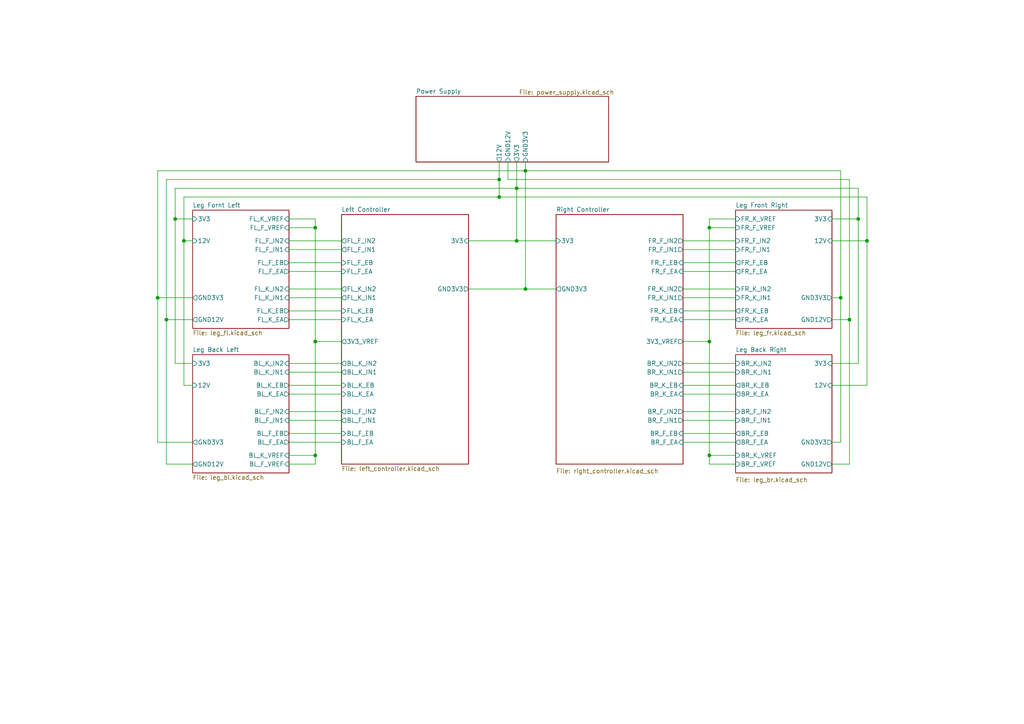
<source format=kicad_sch>
(kicad_sch
	(version 20231120)
	(generator "eeschema")
	(generator_version "8.0")
	(uuid "fbdd21f1-7c79-4ec3-854a-7c3cf608b99e")
	(paper "A4")
	(title_block
		(title "First pcb for quadruped robot v3")
		(date "2024-02-06")
		(rev "0")
		(company "By Andrey Shefa")
	)
	(lib_symbols)
	(junction
		(at 243.84 86.36)
		(diameter 0)
		(color 0 0 0 0)
		(uuid "08ba9779-af15-4b3e-89b1-914a3979d36d")
	)
	(junction
		(at 144.78 52.07)
		(diameter 0)
		(color 0 0 0 0)
		(uuid "1ef21624-4d35-45a8-b55f-300c76e4e3f5")
	)
	(junction
		(at 251.46 69.85)
		(diameter 0)
		(color 0 0 0 0)
		(uuid "32bdc424-4d51-4fa7-b59f-8bcb45fc40f0")
	)
	(junction
		(at 144.78 57.15)
		(diameter 0)
		(color 0 0 0 0)
		(uuid "33504319-3789-44b5-8b4c-55bdd680709c")
	)
	(junction
		(at 91.44 99.06)
		(diameter 0)
		(color 0 0 0 0)
		(uuid "4a837c92-87fb-4b3c-848c-e2f28927711f")
	)
	(junction
		(at 205.74 66.04)
		(diameter 0)
		(color 0 0 0 0)
		(uuid "4f635676-2f16-44b9-a14b-dbc44c5bef63")
	)
	(junction
		(at 53.34 69.85)
		(diameter 0)
		(color 0 0 0 0)
		(uuid "584b7212-a5f4-402e-8bf9-14b7e66dbea1")
	)
	(junction
		(at 149.86 54.61)
		(diameter 0)
		(color 0 0 0 0)
		(uuid "63a3e5b0-5b86-4992-89d0-9cc4628d683e")
	)
	(junction
		(at 152.4 49.53)
		(diameter 0)
		(color 0 0 0 0)
		(uuid "65422b2b-bd9e-4182-ab0f-f5a7772a07ca")
	)
	(junction
		(at 48.26 92.71)
		(diameter 0)
		(color 0 0 0 0)
		(uuid "6629e1e7-019f-4631-9738-62e439e76dbe")
	)
	(junction
		(at 248.92 63.5)
		(diameter 0)
		(color 0 0 0 0)
		(uuid "7253837a-b7c9-40af-b283-c154596ab626")
	)
	(junction
		(at 205.74 99.06)
		(diameter 0)
		(color 0 0 0 0)
		(uuid "758c1ff1-2e61-4272-b2db-7dfa30684f47")
	)
	(junction
		(at 50.8 63.5)
		(diameter 0)
		(color 0 0 0 0)
		(uuid "80134051-6fb6-4252-8a50-10eed67b64c5")
	)
	(junction
		(at 45.72 86.36)
		(diameter 0)
		(color 0 0 0 0)
		(uuid "96deddad-b764-4244-8a4a-767c9a36a1df")
	)
	(junction
		(at 152.4 83.82)
		(diameter 0)
		(color 0 0 0 0)
		(uuid "aa84fa82-f170-434e-9227-dbef33d5491a")
	)
	(junction
		(at 205.74 132.08)
		(diameter 0)
		(color 0 0 0 0)
		(uuid "d882b286-4d32-4946-b2a5-90fb3d802309")
	)
	(junction
		(at 246.38 92.71)
		(diameter 0)
		(color 0 0 0 0)
		(uuid "e1ab4b36-aa0b-4364-9573-b8ccbbc49f36")
	)
	(junction
		(at 149.86 69.85)
		(diameter 0)
		(color 0 0 0 0)
		(uuid "e8a879e5-66c0-442a-9530-de955d16b76a")
	)
	(junction
		(at 91.44 66.04)
		(diameter 0)
		(color 0 0 0 0)
		(uuid "e9e10113-7e1e-472c-917f-329525f9bbd0")
	)
	(junction
		(at 91.44 132.08)
		(diameter 0)
		(color 0 0 0 0)
		(uuid "f15d2e5f-cbfa-418a-be28-f49d118013b5")
	)
	(wire
		(pts
			(xy 205.74 99.06) (xy 205.74 132.08)
		)
		(stroke
			(width 0)
			(type default)
		)
		(uuid "059927e4-de9e-41a2-8d60-77c69f94235c")
	)
	(wire
		(pts
			(xy 53.34 57.15) (xy 144.78 57.15)
		)
		(stroke
			(width 0)
			(type default)
		)
		(uuid "06adbea6-24ba-4b30-8e71-496c7ddc517a")
	)
	(wire
		(pts
			(xy 55.88 86.36) (xy 45.72 86.36)
		)
		(stroke
			(width 0)
			(type default)
		)
		(uuid "096958ea-9ded-4708-8a6c-6ffec133b0f6")
	)
	(wire
		(pts
			(xy 144.78 46.99) (xy 144.78 52.07)
		)
		(stroke
			(width 0)
			(type default)
		)
		(uuid "0b1867ce-5d0f-48ad-b9a5-65d3a821422a")
	)
	(wire
		(pts
			(xy 198.12 76.2) (xy 213.36 76.2)
		)
		(stroke
			(width 0)
			(type default)
		)
		(uuid "0b489003-0250-4d36-8730-a2ed05e2f73b")
	)
	(wire
		(pts
			(xy 45.72 49.53) (xy 152.4 49.53)
		)
		(stroke
			(width 0)
			(type default)
		)
		(uuid "106f0560-b3e4-4070-aba7-37f5f39e33fe")
	)
	(wire
		(pts
			(xy 83.82 111.76) (xy 99.06 111.76)
		)
		(stroke
			(width 0)
			(type default)
		)
		(uuid "1412865e-a7df-4644-bdcd-f31e1df58f7e")
	)
	(wire
		(pts
			(xy 53.34 69.85) (xy 53.34 57.15)
		)
		(stroke
			(width 0)
			(type default)
		)
		(uuid "1464097d-541d-47d5-96af-d296ed2320a8")
	)
	(wire
		(pts
			(xy 149.86 54.61) (xy 248.92 54.61)
		)
		(stroke
			(width 0)
			(type default)
		)
		(uuid "18573aed-b5f0-42e5-b087-448fd87485ec")
	)
	(wire
		(pts
			(xy 152.4 83.82) (xy 152.4 49.53)
		)
		(stroke
			(width 0)
			(type default)
		)
		(uuid "19fc60e6-a4b3-4873-8ddf-dda25085f130")
	)
	(wire
		(pts
			(xy 48.26 92.71) (xy 48.26 52.07)
		)
		(stroke
			(width 0)
			(type default)
		)
		(uuid "1cbf9c7f-5dad-4d40-bc54-e5cba3cd08b0")
	)
	(wire
		(pts
			(xy 83.82 107.95) (xy 99.06 107.95)
		)
		(stroke
			(width 0)
			(type default)
		)
		(uuid "241cc872-a718-4e23-ad38-4f16ca747b7a")
	)
	(wire
		(pts
			(xy 198.12 111.76) (xy 213.36 111.76)
		)
		(stroke
			(width 0)
			(type default)
		)
		(uuid "2647a6da-4fba-4e92-94ce-70e1d1bb2265")
	)
	(wire
		(pts
			(xy 198.12 69.85) (xy 213.36 69.85)
		)
		(stroke
			(width 0)
			(type default)
		)
		(uuid "30be5560-f56b-4d83-89c1-292ad6de4e1a")
	)
	(wire
		(pts
			(xy 147.32 52.07) (xy 246.38 52.07)
		)
		(stroke
			(width 0)
			(type default)
		)
		(uuid "3105a2df-2bb6-420d-9d85-ed821400db90")
	)
	(wire
		(pts
			(xy 48.26 52.07) (xy 144.78 52.07)
		)
		(stroke
			(width 0)
			(type default)
		)
		(uuid "3294efca-a374-44f1-b7d0-4cfdecba5202")
	)
	(wire
		(pts
			(xy 198.12 105.41) (xy 213.36 105.41)
		)
		(stroke
			(width 0)
			(type default)
		)
		(uuid "3a8a9493-ec58-4b07-83c8-c64b062a627f")
	)
	(wire
		(pts
			(xy 205.74 66.04) (xy 205.74 99.06)
		)
		(stroke
			(width 0)
			(type default)
		)
		(uuid "3c883725-a74a-47ad-a5e2-0bf0ea56f772")
	)
	(wire
		(pts
			(xy 149.86 54.61) (xy 149.86 69.85)
		)
		(stroke
			(width 0)
			(type default)
		)
		(uuid "43b34745-b8d1-49a0-9565-522b41738944")
	)
	(wire
		(pts
			(xy 248.92 63.5) (xy 248.92 54.61)
		)
		(stroke
			(width 0)
			(type default)
		)
		(uuid "4a6a9a42-21f8-4940-bf92-0707ceb0e872")
	)
	(wire
		(pts
			(xy 246.38 134.62) (xy 246.38 92.71)
		)
		(stroke
			(width 0)
			(type default)
		)
		(uuid "4e7c9b1e-b8d0-431c-904b-26ee52c65df6")
	)
	(wire
		(pts
			(xy 45.72 86.36) (xy 45.72 49.53)
		)
		(stroke
			(width 0)
			(type default)
		)
		(uuid "54124f0b-d39f-46e1-bd0a-e757020fe988")
	)
	(wire
		(pts
			(xy 50.8 63.5) (xy 50.8 54.61)
		)
		(stroke
			(width 0)
			(type default)
		)
		(uuid "56ef4d2a-3e4a-405d-aa18-a564a0374b77")
	)
	(wire
		(pts
			(xy 241.3 128.27) (xy 243.84 128.27)
		)
		(stroke
			(width 0)
			(type default)
		)
		(uuid "5719dd1c-f43e-481b-a0e7-f3ecbdca54bd")
	)
	(wire
		(pts
			(xy 241.3 63.5) (xy 248.92 63.5)
		)
		(stroke
			(width 0)
			(type default)
		)
		(uuid "58f6af7b-3fb2-40ac-8c6c-825740b9608b")
	)
	(wire
		(pts
			(xy 152.4 46.99) (xy 152.4 49.53)
		)
		(stroke
			(width 0)
			(type default)
		)
		(uuid "5a9cd444-23e7-42f0-9034-77207ed4f0e4")
	)
	(wire
		(pts
			(xy 83.82 128.27) (xy 99.06 128.27)
		)
		(stroke
			(width 0)
			(type default)
		)
		(uuid "5c313fdb-1282-4f02-a432-a3dec32b6176")
	)
	(wire
		(pts
			(xy 198.12 78.74) (xy 213.36 78.74)
		)
		(stroke
			(width 0)
			(type default)
		)
		(uuid "60a51fc3-a040-4283-b278-86daa7601962")
	)
	(wire
		(pts
			(xy 241.3 86.36) (xy 243.84 86.36)
		)
		(stroke
			(width 0)
			(type default)
		)
		(uuid "614485ac-a972-4eea-99a0-57d47f063b82")
	)
	(wire
		(pts
			(xy 241.3 92.71) (xy 246.38 92.71)
		)
		(stroke
			(width 0)
			(type default)
		)
		(uuid "629b43b5-1e5f-408e-be2f-40d3574ee9c3")
	)
	(wire
		(pts
			(xy 246.38 92.71) (xy 246.38 52.07)
		)
		(stroke
			(width 0)
			(type default)
		)
		(uuid "65aa81cc-906c-4215-8284-9eaddcc2cf0e")
	)
	(wire
		(pts
			(xy 198.12 107.95) (xy 213.36 107.95)
		)
		(stroke
			(width 0)
			(type default)
		)
		(uuid "69395bea-8e1e-4665-a5a6-10d6f58c9f4c")
	)
	(wire
		(pts
			(xy 198.12 125.73) (xy 213.36 125.73)
		)
		(stroke
			(width 0)
			(type default)
		)
		(uuid "69d0ecf6-f8a6-499d-a903-c93a7a6af60d")
	)
	(wire
		(pts
			(xy 198.12 92.71) (xy 213.36 92.71)
		)
		(stroke
			(width 0)
			(type default)
		)
		(uuid "6a64d076-73bd-4eca-8e55-43471174b04c")
	)
	(wire
		(pts
			(xy 55.88 69.85) (xy 53.34 69.85)
		)
		(stroke
			(width 0)
			(type default)
		)
		(uuid "6a889403-6ba8-4075-909d-9ba519b66543")
	)
	(wire
		(pts
			(xy 48.26 134.62) (xy 48.26 92.71)
		)
		(stroke
			(width 0)
			(type default)
		)
		(uuid "6d285d83-caf0-4209-a2a1-1c8b1497f293")
	)
	(wire
		(pts
			(xy 55.88 105.41) (xy 50.8 105.41)
		)
		(stroke
			(width 0)
			(type default)
		)
		(uuid "715156e4-cf8e-46ee-b796-9348f8ba33ba")
	)
	(wire
		(pts
			(xy 213.36 63.5) (xy 205.74 63.5)
		)
		(stroke
			(width 0)
			(type default)
		)
		(uuid "7342dd5d-d18f-4f38-a75f-bb6f6c74199e")
	)
	(wire
		(pts
			(xy 83.82 125.73) (xy 99.06 125.73)
		)
		(stroke
			(width 0)
			(type default)
		)
		(uuid "73e996b5-61e7-4d52-9f31-9e8c8c3e0a60")
	)
	(wire
		(pts
			(xy 205.74 132.08) (xy 213.36 132.08)
		)
		(stroke
			(width 0)
			(type default)
		)
		(uuid "79800920-becd-41a0-bb4d-ddfee62d6fab")
	)
	(wire
		(pts
			(xy 83.82 66.04) (xy 91.44 66.04)
		)
		(stroke
			(width 0)
			(type default)
		)
		(uuid "7a8c143e-3c73-406a-a2bf-0453659c6c8a")
	)
	(wire
		(pts
			(xy 83.82 78.74) (xy 99.06 78.74)
		)
		(stroke
			(width 0)
			(type default)
		)
		(uuid "7d792e5b-df80-41c5-9bd6-15a295e789a1")
	)
	(wire
		(pts
			(xy 198.12 99.06) (xy 205.74 99.06)
		)
		(stroke
			(width 0)
			(type default)
		)
		(uuid "7e22de40-1172-40b4-862c-bc2a18113810")
	)
	(wire
		(pts
			(xy 198.12 83.82) (xy 213.36 83.82)
		)
		(stroke
			(width 0)
			(type default)
		)
		(uuid "7e6aee82-fb35-4a2e-8add-deecc7e7feed")
	)
	(wire
		(pts
			(xy 83.82 76.2) (xy 99.06 76.2)
		)
		(stroke
			(width 0)
			(type default)
		)
		(uuid "81135a9c-34c9-4199-a236-60d54d9946cd")
	)
	(wire
		(pts
			(xy 198.12 72.39) (xy 213.36 72.39)
		)
		(stroke
			(width 0)
			(type default)
		)
		(uuid "86811d07-14f1-4919-bf4d-1de3f5cbf616")
	)
	(wire
		(pts
			(xy 55.88 134.62) (xy 48.26 134.62)
		)
		(stroke
			(width 0)
			(type default)
		)
		(uuid "899b2b3c-54a0-4420-b65e-a9a676469908")
	)
	(wire
		(pts
			(xy 198.12 114.3) (xy 213.36 114.3)
		)
		(stroke
			(width 0)
			(type default)
		)
		(uuid "8f3ceb65-022f-42c6-a19d-2bace084bda2")
	)
	(wire
		(pts
			(xy 83.82 72.39) (xy 99.06 72.39)
		)
		(stroke
			(width 0)
			(type default)
		)
		(uuid "92959c26-20bf-4104-a06d-08de50583ca0")
	)
	(wire
		(pts
			(xy 83.82 92.71) (xy 99.06 92.71)
		)
		(stroke
			(width 0)
			(type default)
		)
		(uuid "962abb7e-4adf-441d-b17b-6629dbc254ad")
	)
	(wire
		(pts
			(xy 243.84 86.36) (xy 243.84 49.53)
		)
		(stroke
			(width 0)
			(type default)
		)
		(uuid "97736f2e-5d23-47ba-82e0-b8bccb6295ff")
	)
	(wire
		(pts
			(xy 50.8 54.61) (xy 149.86 54.61)
		)
		(stroke
			(width 0)
			(type default)
		)
		(uuid "9f0f6b03-d3de-4c3f-a40f-c56f41a1ce0e")
	)
	(wire
		(pts
			(xy 53.34 111.76) (xy 53.34 69.85)
		)
		(stroke
			(width 0)
			(type default)
		)
		(uuid "a08df0c3-b34f-46da-87ff-2e222c01dbb8")
	)
	(wire
		(pts
			(xy 205.74 132.08) (xy 205.74 134.62)
		)
		(stroke
			(width 0)
			(type default)
		)
		(uuid "a092612d-90ed-457e-b989-de5b830e2abc")
	)
	(wire
		(pts
			(xy 251.46 69.85) (xy 241.3 69.85)
		)
		(stroke
			(width 0)
			(type default)
		)
		(uuid "a1b66865-0f45-4d02-94eb-af96f93a8e72")
	)
	(wire
		(pts
			(xy 149.86 69.85) (xy 161.29 69.85)
		)
		(stroke
			(width 0)
			(type default)
		)
		(uuid "a2b9fd06-4510-4b6c-8f1e-01d2eba8ee97")
	)
	(wire
		(pts
			(xy 248.92 105.41) (xy 248.92 63.5)
		)
		(stroke
			(width 0)
			(type default)
		)
		(uuid "a33176cb-37ac-46f2-ba59-f678b572ace5")
	)
	(wire
		(pts
			(xy 91.44 63.5) (xy 91.44 66.04)
		)
		(stroke
			(width 0)
			(type default)
		)
		(uuid "a5636a22-1253-4f5d-893c-e084566d2e3a")
	)
	(wire
		(pts
			(xy 147.32 46.99) (xy 147.32 52.07)
		)
		(stroke
			(width 0)
			(type default)
		)
		(uuid "a6caf12d-2aef-4610-b123-2be2bbeedfce")
	)
	(wire
		(pts
			(xy 251.46 111.76) (xy 251.46 69.85)
		)
		(stroke
			(width 0)
			(type default)
		)
		(uuid "a80fccf9-94a2-4011-86ba-5bc158b98ea6")
	)
	(wire
		(pts
			(xy 241.3 105.41) (xy 248.92 105.41)
		)
		(stroke
			(width 0)
			(type default)
		)
		(uuid "a8c28775-846c-4211-bec1-86e5f7afaea2")
	)
	(wire
		(pts
			(xy 251.46 57.15) (xy 251.46 69.85)
		)
		(stroke
			(width 0)
			(type default)
		)
		(uuid "a98dbf14-5cc4-4c23-8793-833901d749eb")
	)
	(wire
		(pts
			(xy 83.82 105.41) (xy 99.06 105.41)
		)
		(stroke
			(width 0)
			(type default)
		)
		(uuid "ab98aa61-467a-41e1-8585-6404d74adda5")
	)
	(wire
		(pts
			(xy 83.82 134.62) (xy 91.44 134.62)
		)
		(stroke
			(width 0)
			(type default)
		)
		(uuid "ad57e68d-454a-45c7-9ca2-dd0874e8a960")
	)
	(wire
		(pts
			(xy 149.86 46.99) (xy 149.86 54.61)
		)
		(stroke
			(width 0)
			(type default)
		)
		(uuid "afec71a5-4fdf-4488-afc4-76fa4ea4c268")
	)
	(wire
		(pts
			(xy 83.82 86.36) (xy 99.06 86.36)
		)
		(stroke
			(width 0)
			(type default)
		)
		(uuid "b2a14b7d-c486-480b-983c-7aa2e0563157")
	)
	(wire
		(pts
			(xy 198.12 86.36) (xy 213.36 86.36)
		)
		(stroke
			(width 0)
			(type default)
		)
		(uuid "b795c7fe-a9a3-4131-b5a4-618ebe8798db")
	)
	(wire
		(pts
			(xy 205.74 134.62) (xy 213.36 134.62)
		)
		(stroke
			(width 0)
			(type default)
		)
		(uuid "b7a29b69-e8f1-43e7-9eaf-1366585ae0b9")
	)
	(wire
		(pts
			(xy 198.12 121.92) (xy 213.36 121.92)
		)
		(stroke
			(width 0)
			(type default)
		)
		(uuid "b956fd52-a541-485a-9c27-7c83f7f8def5")
	)
	(wire
		(pts
			(xy 83.82 83.82) (xy 99.06 83.82)
		)
		(stroke
			(width 0)
			(type default)
		)
		(uuid "c0531e31-857e-485e-8736-239bb237a6e3")
	)
	(wire
		(pts
			(xy 91.44 132.08) (xy 91.44 99.06)
		)
		(stroke
			(width 0)
			(type default)
		)
		(uuid "c2f0a20b-0a1a-425b-b9f3-25d2814f2194")
	)
	(wire
		(pts
			(xy 198.12 90.17) (xy 213.36 90.17)
		)
		(stroke
			(width 0)
			(type default)
		)
		(uuid "c3a83a1f-99ec-4f14-9325-e900d3d13c00")
	)
	(wire
		(pts
			(xy 55.88 128.27) (xy 45.72 128.27)
		)
		(stroke
			(width 0)
			(type default)
		)
		(uuid "c4fd89da-abdc-4fe9-be93-bf7e018ff167")
	)
	(wire
		(pts
			(xy 198.12 119.38) (xy 213.36 119.38)
		)
		(stroke
			(width 0)
			(type default)
		)
		(uuid "c82315a7-ef37-48a0-aacc-17764d1ced7e")
	)
	(wire
		(pts
			(xy 198.12 128.27) (xy 213.36 128.27)
		)
		(stroke
			(width 0)
			(type default)
		)
		(uuid "ca6bb2bf-981a-4161-8e48-6a0a7f9c6cc7")
	)
	(wire
		(pts
			(xy 161.29 83.82) (xy 152.4 83.82)
		)
		(stroke
			(width 0)
			(type default)
		)
		(uuid "cb413a29-23d6-4439-b47b-39c0930f58db")
	)
	(wire
		(pts
			(xy 99.06 99.06) (xy 91.44 99.06)
		)
		(stroke
			(width 0)
			(type default)
		)
		(uuid "cc742bc4-e53c-4fc5-b363-3037057a9183")
	)
	(wire
		(pts
			(xy 135.89 69.85) (xy 149.86 69.85)
		)
		(stroke
			(width 0)
			(type default)
		)
		(uuid "d32a04d5-7347-4a7b-9cb3-1b879cef194b")
	)
	(wire
		(pts
			(xy 83.82 69.85) (xy 99.06 69.85)
		)
		(stroke
			(width 0)
			(type default)
		)
		(uuid "d416437a-46c0-4912-b0ae-7541dfb45061")
	)
	(wire
		(pts
			(xy 243.84 49.53) (xy 152.4 49.53)
		)
		(stroke
			(width 0)
			(type default)
		)
		(uuid "d615efce-be26-4ed4-bc58-8735bf733a65")
	)
	(wire
		(pts
			(xy 83.82 90.17) (xy 99.06 90.17)
		)
		(stroke
			(width 0)
			(type default)
		)
		(uuid "d747ddac-c61b-4a05-b1af-fb69a3301eab")
	)
	(wire
		(pts
			(xy 55.88 92.71) (xy 48.26 92.71)
		)
		(stroke
			(width 0)
			(type default)
		)
		(uuid "df1492e7-37ca-4830-9bbb-7f6e0fe99f65")
	)
	(wire
		(pts
			(xy 144.78 57.15) (xy 251.46 57.15)
		)
		(stroke
			(width 0)
			(type default)
		)
		(uuid "df9ac814-52af-49ab-b6dd-1cb5d4165946")
	)
	(wire
		(pts
			(xy 91.44 134.62) (xy 91.44 132.08)
		)
		(stroke
			(width 0)
			(type default)
		)
		(uuid "dff25498-c4ca-4d04-8f5c-a6f3efd7a0dc")
	)
	(wire
		(pts
			(xy 83.82 114.3) (xy 99.06 114.3)
		)
		(stroke
			(width 0)
			(type default)
		)
		(uuid "e110a97e-3a88-481c-a0fa-c2bfc357a5fe")
	)
	(wire
		(pts
			(xy 243.84 128.27) (xy 243.84 86.36)
		)
		(stroke
			(width 0)
			(type default)
		)
		(uuid "e3d76c77-23ac-4e02-9473-35ea018ec05e")
	)
	(wire
		(pts
			(xy 135.89 83.82) (xy 152.4 83.82)
		)
		(stroke
			(width 0)
			(type default)
		)
		(uuid "e7cea24f-bd1f-4206-991e-a99f18408b5b")
	)
	(wire
		(pts
			(xy 205.74 63.5) (xy 205.74 66.04)
		)
		(stroke
			(width 0)
			(type default)
		)
		(uuid "e8beebff-0016-4463-b524-4e47ba09e8ea")
	)
	(wire
		(pts
			(xy 83.82 121.92) (xy 99.06 121.92)
		)
		(stroke
			(width 0)
			(type default)
		)
		(uuid "e9187738-4be1-4b9b-8706-a61281256625")
	)
	(wire
		(pts
			(xy 55.88 111.76) (xy 53.34 111.76)
		)
		(stroke
			(width 0)
			(type default)
		)
		(uuid "e9719041-e57c-4f3d-97f2-5c5c60b06724")
	)
	(wire
		(pts
			(xy 241.3 111.76) (xy 251.46 111.76)
		)
		(stroke
			(width 0)
			(type default)
		)
		(uuid "ec715da3-e2a1-4545-8c38-587884ebfefd")
	)
	(wire
		(pts
			(xy 55.88 63.5) (xy 50.8 63.5)
		)
		(stroke
			(width 0)
			(type default)
		)
		(uuid "ee07c47c-82e4-4661-a446-6d7d71f836be")
	)
	(wire
		(pts
			(xy 241.3 134.62) (xy 246.38 134.62)
		)
		(stroke
			(width 0)
			(type default)
		)
		(uuid "ee2ae551-446f-4ade-8b0b-aba210bdde5a")
	)
	(wire
		(pts
			(xy 83.82 132.08) (xy 91.44 132.08)
		)
		(stroke
			(width 0)
			(type default)
		)
		(uuid "ef829c4f-a645-4bd0-8fc1-d31c92587471")
	)
	(wire
		(pts
			(xy 91.44 63.5) (xy 83.82 63.5)
		)
		(stroke
			(width 0)
			(type default)
		)
		(uuid "f1da9a8b-a515-492a-b76a-e8ad51b2471a")
	)
	(wire
		(pts
			(xy 50.8 105.41) (xy 50.8 63.5)
		)
		(stroke
			(width 0)
			(type default)
		)
		(uuid "f5970597-4401-4815-a1b9-6704b5eef020")
	)
	(wire
		(pts
			(xy 83.82 119.38) (xy 99.06 119.38)
		)
		(stroke
			(width 0)
			(type default)
		)
		(uuid "f71ea585-582e-490c-8925-1dc532668e7e")
	)
	(wire
		(pts
			(xy 91.44 66.04) (xy 91.44 99.06)
		)
		(stroke
			(width 0)
			(type default)
		)
		(uuid "f883caf7-87e0-45cd-ac3e-4cb6cce0c700")
	)
	(wire
		(pts
			(xy 45.72 128.27) (xy 45.72 86.36)
		)
		(stroke
			(width 0)
			(type default)
		)
		(uuid "fc236602-ec03-442b-843a-85adec3aed78")
	)
	(wire
		(pts
			(xy 144.78 52.07) (xy 144.78 57.15)
		)
		(stroke
			(width 0)
			(type default)
		)
		(uuid "fe763bbf-e62e-4c77-ab0f-0b6735cb3587")
	)
	(wire
		(pts
			(xy 205.74 66.04) (xy 213.36 66.04)
		)
		(stroke
			(width 0)
			(type default)
		)
		(uuid "ffdc5755-a44e-4395-acda-9b9a1e130960")
	)
	(sheet
		(at 213.36 102.87)
		(size 27.94 34.29)
		(stroke
			(width 0.1524)
			(type solid)
		)
		(fill
			(color 0 0 0 0.0000)
		)
		(uuid "5b44027f-780b-461c-ac9a-c4fccf41f116")
		(property "Sheetname" "Leg Back Right"
			(at 213.36 102.1584 0)
			(effects
				(font
					(size 1.27 1.27)
				)
				(justify left bottom)
			)
		)
		(property "Sheetfile" "leg_br.kicad_sch"
			(at 213.36 138.43 0)
			(effects
				(font
					(size 1.27 1.27)
				)
				(justify left top)
			)
		)
		(pin "12V" input
			(at 241.3 111.76 0)
			(effects
				(font
					(size 1.27 1.27)
				)
				(justify right)
			)
			(uuid "a048ed60-a16e-405d-92f3-af716f158471")
		)
		(pin "BR_K_IN1" input
			(at 213.36 107.95 180)
			(effects
				(font
					(size 1.27 1.27)
				)
				(justify left)
			)
			(uuid "ceadda72-d1bb-48a3-ba6b-66e5c04c53ab")
		)
		(pin "BR_K_VREF" input
			(at 213.36 132.08 180)
			(effects
				(font
					(size 1.27 1.27)
				)
				(justify left)
			)
			(uuid "366bd7f6-27f0-44db-9fa1-decff43368e9")
		)
		(pin "BR_K_IN2" input
			(at 213.36 105.41 180)
			(effects
				(font
					(size 1.27 1.27)
				)
				(justify left)
			)
			(uuid "8b9dd132-d066-4517-b44c-cc31cc0b4850")
		)
		(pin "BR_F_IN1" input
			(at 213.36 121.92 180)
			(effects
				(font
					(size 1.27 1.27)
				)
				(justify left)
			)
			(uuid "531806a9-1a1c-432c-adc2-cace161e19a9")
		)
		(pin "BR_F_IN2" input
			(at 213.36 119.38 180)
			(effects
				(font
					(size 1.27 1.27)
				)
				(justify left)
			)
			(uuid "80d802b6-e0a7-423f-8587-22d1f11a485d")
		)
		(pin "BR_F_VREF" input
			(at 213.36 134.62 180)
			(effects
				(font
					(size 1.27 1.27)
				)
				(justify left)
			)
			(uuid "c1032a1e-f2bc-414b-be6c-0073b02bbb96")
		)
		(pin "GND3V3" output
			(at 241.3 128.27 0)
			(effects
				(font
					(size 1.27 1.27)
				)
				(justify right)
			)
			(uuid "06bb5410-fb28-47b9-9b4f-e737bf50e9fc")
		)
		(pin "BR_K_EA" output
			(at 213.36 114.3 180)
			(effects
				(font
					(size 1.27 1.27)
				)
				(justify left)
			)
			(uuid "440c22e0-b697-41d3-9b08-1aaf0af3c1ce")
		)
		(pin "BR_K_EB" output
			(at 213.36 111.76 180)
			(effects
				(font
					(size 1.27 1.27)
				)
				(justify left)
			)
			(uuid "91e897b4-4b51-4e22-b81c-192c4b225c0e")
		)
		(pin "BR_F_EB" output
			(at 213.36 125.73 180)
			(effects
				(font
					(size 1.27 1.27)
				)
				(justify left)
			)
			(uuid "1d69452d-fb20-43e0-9716-e7352ef75afd")
		)
		(pin "BR_F_EA" output
			(at 213.36 128.27 180)
			(effects
				(font
					(size 1.27 1.27)
				)
				(justify left)
			)
			(uuid "ca9198d2-93bf-4e2c-91f9-a938d22f0b9f")
		)
		(pin "3V3" input
			(at 241.3 105.41 0)
			(effects
				(font
					(size 1.27 1.27)
				)
				(justify right)
			)
			(uuid "cc68ccb1-9ea7-4d2d-ba1a-c314a30d3cb7")
		)
		(pin "GND12V" output
			(at 241.3 134.62 0)
			(effects
				(font
					(size 1.27 1.27)
				)
				(justify right)
			)
			(uuid "af4f1252-1b8c-467c-bbd4-6b03fc7e90bf")
		)
		(instances
			(project "fake-platka"
				(path "/fbdd21f1-7c79-4ec3-854a-7c3cf608b99e"
					(page "8")
				)
			)
		)
	)
	(sheet
		(at 55.88 60.96)
		(size 27.94 34.29)
		(fields_autoplaced yes)
		(stroke
			(width 0.1524)
			(type solid)
		)
		(fill
			(color 0 0 0 0.0000)
		)
		(uuid "62b0d172-d9b2-4e28-b0b7-ce687b217478")
		(property "Sheetname" "Leg Fornt Left"
			(at 55.88 60.2484 0)
			(effects
				(font
					(size 1.27 1.27)
				)
				(justify left bottom)
			)
		)
		(property "Sheetfile" "leg_fl.kicad_sch"
			(at 55.88 95.8346 0)
			(effects
				(font
					(size 1.27 1.27)
				)
				(justify left top)
			)
		)
		(pin "FL_K_EA" output
			(at 83.82 92.71 0)
			(effects
				(font
					(size 1.27 1.27)
				)
				(justify right)
			)
			(uuid "c413d302-66e8-4b5a-840a-8f0f68c3eecb")
		)
		(pin "FL_F_EA" output
			(at 83.82 78.74 0)
			(effects
				(font
					(size 1.27 1.27)
				)
				(justify right)
			)
			(uuid "a80b0d88-2a8f-44d3-8b3b-ab3d4c5527bd")
		)
		(pin "FL_F_EB" output
			(at 83.82 76.2 0)
			(effects
				(font
					(size 1.27 1.27)
				)
				(justify right)
			)
			(uuid "ffeb9f3a-e2c0-463b-b87d-bf8bcd240aa8")
		)
		(pin "GND3V3" output
			(at 55.88 86.36 180)
			(effects
				(font
					(size 1.27 1.27)
				)
				(justify left)
			)
			(uuid "8db511fc-c5f3-4f3c-b84c-b57a2928d71c")
		)
		(pin "FL_K_EB" output
			(at 83.82 90.17 0)
			(effects
				(font
					(size 1.27 1.27)
				)
				(justify right)
			)
			(uuid "8f8887e5-d412-4539-b0b5-b1b7f1db890b")
		)
		(pin "3V3" input
			(at 55.88 63.5 180)
			(effects
				(font
					(size 1.27 1.27)
				)
				(justify left)
			)
			(uuid "655966a5-4ac9-4d80-ac3e-9670e66a4172")
		)
		(pin "FL_F_IN1" input
			(at 83.82 72.39 0)
			(effects
				(font
					(size 1.27 1.27)
				)
				(justify right)
			)
			(uuid "a6f85fef-4b93-46ac-b6c5-8675d95974e7")
		)
		(pin "FL_F_IN2" input
			(at 83.82 69.85 0)
			(effects
				(font
					(size 1.27 1.27)
				)
				(justify right)
			)
			(uuid "703f45e4-3cf9-4058-a582-3f00c81283ac")
		)
		(pin "FL_F_VREF" input
			(at 83.82 66.04 0)
			(effects
				(font
					(size 1.27 1.27)
				)
				(justify right)
			)
			(uuid "db12bf76-302c-48ab-92d7-84ed5f9aab07")
		)
		(pin "FL_K_IN2" input
			(at 83.82 83.82 0)
			(effects
				(font
					(size 1.27 1.27)
				)
				(justify right)
			)
			(uuid "e7911b53-6f72-43b4-b239-4357cecee02e")
		)
		(pin "FL_K_IN1" input
			(at 83.82 86.36 0)
			(effects
				(font
					(size 1.27 1.27)
				)
				(justify right)
			)
			(uuid "f3998f74-2d1b-4f21-a373-8adadc493a76")
		)
		(pin "FL_K_VREF" input
			(at 83.82 63.5 0)
			(effects
				(font
					(size 1.27 1.27)
				)
				(justify right)
			)
			(uuid "8e734e6e-760e-4797-bd10-063e502b0756")
		)
		(pin "12V" input
			(at 55.88 69.85 180)
			(effects
				(font
					(size 1.27 1.27)
				)
				(justify left)
			)
			(uuid "cb963452-8643-4952-8cf3-e729b1bef777")
		)
		(pin "GND12V" output
			(at 55.88 92.71 180)
			(effects
				(font
					(size 1.27 1.27)
				)
				(justify left)
			)
			(uuid "691161e0-a1d0-43b9-9879-c6858c3c0299")
		)
		(instances
			(project "fake-platka"
				(path "/fbdd21f1-7c79-4ec3-854a-7c3cf608b99e"
					(page "6")
				)
			)
		)
	)
	(sheet
		(at 213.36 60.96)
		(size 27.94 34.29)
		(fields_autoplaced yes)
		(stroke
			(width 0.1524)
			(type solid)
		)
		(fill
			(color 0 0 0 0.0000)
		)
		(uuid "79f7bb11-13c3-435a-b9d5-e1cf9480adeb")
		(property "Sheetname" "Leg Front Right"
			(at 213.36 60.2484 0)
			(effects
				(font
					(size 1.27 1.27)
				)
				(justify left bottom)
			)
		)
		(property "Sheetfile" "leg_fr.kicad_sch"
			(at 213.36 95.8346 0)
			(effects
				(font
					(size 1.27 1.27)
				)
				(justify left top)
			)
		)
		(pin "GND12V" output
			(at 241.3 92.71 0)
			(effects
				(font
					(size 1.27 1.27)
				)
				(justify right)
			)
			(uuid "6bffdd51-0c29-431a-b6de-20e346a26459")
		)
		(pin "FR_F_EA" output
			(at 213.36 78.74 180)
			(effects
				(font
					(size 1.27 1.27)
				)
				(justify left)
			)
			(uuid "87ff0274-f23c-464c-955e-622889ebcffe")
		)
		(pin "FR_F_EB" output
			(at 213.36 76.2 180)
			(effects
				(font
					(size 1.27 1.27)
				)
				(justify left)
			)
			(uuid "d6a74c6d-69ef-4928-b588-793102336433")
		)
		(pin "FR_K_EA" output
			(at 213.36 92.71 180)
			(effects
				(font
					(size 1.27 1.27)
				)
				(justify left)
			)
			(uuid "8557eac3-e732-45a3-92be-0c029831dc64")
		)
		(pin "FR_K_EB" output
			(at 213.36 90.17 180)
			(effects
				(font
					(size 1.27 1.27)
				)
				(justify left)
			)
			(uuid "6d4b0594-4276-4aaa-a3b6-62412f6d98b5")
		)
		(pin "12V" input
			(at 241.3 69.85 0)
			(effects
				(font
					(size 1.27 1.27)
				)
				(justify right)
			)
			(uuid "5d9f0fe6-a553-49eb-9e06-998ad20338c6")
		)
		(pin "GND3V3" output
			(at 241.3 86.36 0)
			(effects
				(font
					(size 1.27 1.27)
				)
				(justify right)
			)
			(uuid "4e4b1600-5eb3-4634-8947-76a215232926")
		)
		(pin "FR_K_VREF" input
			(at 213.36 63.5 180)
			(effects
				(font
					(size 1.27 1.27)
				)
				(justify left)
			)
			(uuid "f7c1daca-115a-400f-9739-4a33e3b9997e")
		)
		(pin "FR_K_IN1" input
			(at 213.36 86.36 180)
			(effects
				(font
					(size 1.27 1.27)
				)
				(justify left)
			)
			(uuid "20663121-d16b-4a51-a362-4bef80ff65cd")
		)
		(pin "FR_K_IN2" input
			(at 213.36 83.82 180)
			(effects
				(font
					(size 1.27 1.27)
				)
				(justify left)
			)
			(uuid "2a8bc90f-ebea-4055-a6bb-58637a5b3259")
		)
		(pin "3V3" input
			(at 241.3 63.5 0)
			(effects
				(font
					(size 1.27 1.27)
				)
				(justify right)
			)
			(uuid "05f93207-22a6-427f-8e3b-9fa5567305ec")
		)
		(pin "FR_F_IN2" input
			(at 213.36 69.85 180)
			(effects
				(font
					(size 1.27 1.27)
				)
				(justify left)
			)
			(uuid "ff75f053-3373-407d-991a-4e73fd32f901")
		)
		(pin "FR_F_IN1" input
			(at 213.36 72.39 180)
			(effects
				(font
					(size 1.27 1.27)
				)
				(justify left)
			)
			(uuid "48c7e0f9-ba04-4a0d-9aab-2d61ebbaa738")
		)
		(pin "FR_F_VREF" input
			(at 213.36 66.04 180)
			(effects
				(font
					(size 1.27 1.27)
				)
				(justify left)
			)
			(uuid "7549b6eb-6347-488f-bdf7-a46a0619cbf8")
		)
		(instances
			(project "fake-platka"
				(path "/fbdd21f1-7c79-4ec3-854a-7c3cf608b99e"
					(page "7")
				)
			)
		)
	)
	(sheet
		(at 161.29 62.23)
		(size 36.83 72.39)
		(stroke
			(width 0.1524)
			(type solid)
		)
		(fill
			(color 0 0 0 0.0000)
		)
		(uuid "9b712438-4f12-4651-a1e5-5b5fd6f08f63")
		(property "Sheetname" "Right Controller"
			(at 161.29 61.5184 0)
			(effects
				(font
					(size 1.27 1.27)
				)
				(justify left bottom)
			)
		)
		(property "Sheetfile" "right_controller.kicad_sch"
			(at 161.29 135.89 0)
			(effects
				(font
					(size 1.27 1.27)
				)
				(justify left top)
			)
		)
		(pin "FR_F_IN1" output
			(at 198.12 72.39 0)
			(effects
				(font
					(size 1.27 1.27)
				)
				(justify right)
			)
			(uuid "e3c3678b-ed66-4424-827b-36fe5309170b")
		)
		(pin "FR_F_IN2" output
			(at 198.12 69.85 0)
			(effects
				(font
					(size 1.27 1.27)
				)
				(justify right)
			)
			(uuid "594a5df6-bc53-497b-83c3-0c2e378d926b")
		)
		(pin "FR_K_IN1" output
			(at 198.12 86.36 0)
			(effects
				(font
					(size 1.27 1.27)
				)
				(justify right)
			)
			(uuid "e3563559-e7a1-47a6-941d-c0f7b12b7a1b")
		)
		(pin "FR_K_IN2" output
			(at 198.12 83.82 0)
			(effects
				(font
					(size 1.27 1.27)
				)
				(justify right)
			)
			(uuid "0111780b-7b98-4eb3-a5f7-7d62869eb37a")
		)
		(pin "BR_K_IN1" output
			(at 198.12 107.95 0)
			(effects
				(font
					(size 1.27 1.27)
				)
				(justify right)
			)
			(uuid "ec9d6214-38a3-4f19-8ee1-2542e5d48b19")
		)
		(pin "BR_K_IN2" output
			(at 198.12 105.41 0)
			(effects
				(font
					(size 1.27 1.27)
				)
				(justify right)
			)
			(uuid "f93fb3f7-2ac9-42d9-92e7-575198d0dc93")
		)
		(pin "BR_F_IN2" output
			(at 198.12 119.38 0)
			(effects
				(font
					(size 1.27 1.27)
				)
				(justify right)
			)
			(uuid "30f1b869-fbc7-42d0-8852-4072eb241408")
		)
		(pin "BR_F_IN1" output
			(at 198.12 121.92 0)
			(effects
				(font
					(size 1.27 1.27)
				)
				(justify right)
			)
			(uuid "234eea36-3b9e-493f-859d-8fe4aba0fce1")
		)
		(pin "FR_K_EA" input
			(at 198.12 92.71 0)
			(effects
				(font
					(size 1.27 1.27)
				)
				(justify right)
			)
			(uuid "88bf615e-ed85-42e3-aa1c-73bba77189ca")
		)
		(pin "FR_K_EB" input
			(at 198.12 90.17 0)
			(effects
				(font
					(size 1.27 1.27)
				)
				(justify right)
			)
			(uuid "319e5c55-5ecd-4745-b109-d7f7ee30ad91")
		)
		(pin "FR_F_EA" input
			(at 198.12 78.74 0)
			(effects
				(font
					(size 1.27 1.27)
				)
				(justify right)
			)
			(uuid "5ea5e6bb-f34c-48e8-b6c4-30bca2b2b186")
		)
		(pin "FR_F_EB" input
			(at 198.12 76.2 0)
			(effects
				(font
					(size 1.27 1.27)
				)
				(justify right)
			)
			(uuid "297aefae-f895-4dbe-933b-6663b0392948")
		)
		(pin "BR_F_EA" input
			(at 198.12 128.27 0)
			(effects
				(font
					(size 1.27 1.27)
				)
				(justify right)
			)
			(uuid "fc1b638a-08cd-46b5-ac3a-e63dccb5db83")
		)
		(pin "BR_F_EB" input
			(at 198.12 125.73 0)
			(effects
				(font
					(size 1.27 1.27)
				)
				(justify right)
			)
			(uuid "527b1822-47d5-438f-bcb5-1689c9a4c661")
		)
		(pin "BR_K_EA" input
			(at 198.12 114.3 0)
			(effects
				(font
					(size 1.27 1.27)
				)
				(justify right)
			)
			(uuid "b4a82080-b1fc-48ac-87bb-ad0dbbadee68")
		)
		(pin "BR_K_EB" input
			(at 198.12 111.76 0)
			(effects
				(font
					(size 1.27 1.27)
				)
				(justify right)
			)
			(uuid "a3414d5b-7030-4f75-b001-222c7d0d50c9")
		)
		(pin "3V3_VREF" output
			(at 198.12 99.06 0)
			(effects
				(font
					(size 1.27 1.27)
				)
				(justify right)
			)
			(uuid "9a361d4f-4fe2-48cb-a562-111efc4f96ab")
		)
		(pin "3V3" input
			(at 161.29 69.85 180)
			(effects
				(font
					(size 1.27 1.27)
				)
				(justify left)
			)
			(uuid "2941bff7-4543-4253-abac-5e8259853663")
		)
		(pin "GND3V3" output
			(at 161.29 83.82 180)
			(effects
				(font
					(size 1.27 1.27)
				)
				(justify left)
			)
			(uuid "df2d8e7d-6a84-4b50-ac82-5b753b99a4f0")
		)
		(instances
			(project "fake-platka"
				(path "/fbdd21f1-7c79-4ec3-854a-7c3cf608b99e"
					(page "4")
				)
			)
		)
	)
	(sheet
		(at 55.88 102.87)
		(size 27.94 34.29)
		(fields_autoplaced yes)
		(stroke
			(width 0.1524)
			(type solid)
		)
		(fill
			(color 0 0 0 0.0000)
		)
		(uuid "b9729da1-83cd-46e4-9640-46cc1799dcb8")
		(property "Sheetname" "Leg Back Left"
			(at 55.88 102.1584 0)
			(effects
				(font
					(size 1.27 1.27)
				)
				(justify left bottom)
			)
		)
		(property "Sheetfile" "leg_bl.kicad_sch"
			(at 55.88 137.7446 0)
			(effects
				(font
					(size 1.27 1.27)
				)
				(justify left top)
			)
		)
		(pin "GND12V" output
			(at 55.88 134.62 180)
			(effects
				(font
					(size 1.27 1.27)
				)
				(justify left)
			)
			(uuid "363cfddb-0007-4363-9954-f28397682936")
		)
		(pin "BL_F_IN2" input
			(at 83.82 119.38 0)
			(effects
				(font
					(size 1.27 1.27)
				)
				(justify right)
			)
			(uuid "869e109c-e05f-47f3-96c8-7fff9637ba5c")
		)
		(pin "BL_K_IN2" input
			(at 83.82 105.41 0)
			(effects
				(font
					(size 1.27 1.27)
				)
				(justify right)
			)
			(uuid "1829a593-b95e-4f8a-9f1f-3297be63570f")
		)
		(pin "BL_K_IN1" input
			(at 83.82 107.95 0)
			(effects
				(font
					(size 1.27 1.27)
				)
				(justify right)
			)
			(uuid "904604e2-1725-4541-b691-5ce21320c4d8")
		)
		(pin "BL_F_IN1" input
			(at 83.82 121.92 0)
			(effects
				(font
					(size 1.27 1.27)
				)
				(justify right)
			)
			(uuid "e3a679aa-c4b4-4326-923e-ca0e4ec3df0e")
		)
		(pin "BL_F_VREF" input
			(at 83.82 134.62 0)
			(effects
				(font
					(size 1.27 1.27)
				)
				(justify right)
			)
			(uuid "62139c26-3eed-456c-9142-5b91e5306334")
		)
		(pin "BL_K_VREF" input
			(at 83.82 132.08 0)
			(effects
				(font
					(size 1.27 1.27)
				)
				(justify right)
			)
			(uuid "83d8e3e4-c4d6-43a0-a872-09b2676e0377")
		)
		(pin "12V" input
			(at 55.88 111.76 180)
			(effects
				(font
					(size 1.27 1.27)
				)
				(justify left)
			)
			(uuid "cc880918-2b45-4424-b145-1ec2a322eceb")
		)
		(pin "BL_F_EA" output
			(at 83.82 128.27 0)
			(effects
				(font
					(size 1.27 1.27)
				)
				(justify right)
			)
			(uuid "854e33f0-e7fd-44dd-b890-16cb5c7ff293")
		)
		(pin "BL_F_EB" output
			(at 83.82 125.73 0)
			(effects
				(font
					(size 1.27 1.27)
				)
				(justify right)
			)
			(uuid "b283732d-0380-4b1f-9033-88e5ee831d02")
		)
		(pin "BL_K_EA" output
			(at 83.82 114.3 0)
			(effects
				(font
					(size 1.27 1.27)
				)
				(justify right)
			)
			(uuid "e8a95126-fe34-47d1-945a-8e81986f331a")
		)
		(pin "GND3V3" output
			(at 55.88 128.27 180)
			(effects
				(font
					(size 1.27 1.27)
				)
				(justify left)
			)
			(uuid "1218f8cf-03dd-4f32-878b-422196abd3f1")
		)
		(pin "BL_K_EB" output
			(at 83.82 111.76 0)
			(effects
				(font
					(size 1.27 1.27)
				)
				(justify right)
			)
			(uuid "8ed602d5-7f16-425a-9edd-c04f247b0e45")
		)
		(pin "3V3" input
			(at 55.88 105.41 180)
			(effects
				(font
					(size 1.27 1.27)
				)
				(justify left)
			)
			(uuid "a3050f1b-705a-4e02-bae2-13bcfc3a9ba0")
		)
		(instances
			(project "fake-platka"
				(path "/fbdd21f1-7c79-4ec3-854a-7c3cf608b99e"
					(page "6")
				)
			)
		)
	)
	(sheet
		(at 120.65 27.94)
		(size 55.88 19.05)
		(stroke
			(width 0.1524)
			(type solid)
		)
		(fill
			(color 0 0 0 0.0000)
		)
		(uuid "de768ca1-34a8-483a-a4c8-060dddfe052f")
		(property "Sheetname" "Power Supply"
			(at 120.65 27.2284 0)
			(effects
				(font
					(size 1.27 1.27)
				)
				(justify left bottom)
			)
		)
		(property "Sheetfile" "power_supply.kicad_sch"
			(at 150.495 26.035 0)
			(effects
				(font
					(size 1.27 1.27)
				)
				(justify left top)
			)
		)
		(pin "12V" output
			(at 144.78 46.99 270)
			(effects
				(font
					(size 1.27 1.27)
				)
				(justify left)
			)
			(uuid "989a42ab-1031-4d9d-a2a5-9ede93cd1533")
		)
		(pin "3V3" output
			(at 149.86 46.99 270)
			(effects
				(font
					(size 1.27 1.27)
				)
				(justify left)
			)
			(uuid "4304aa17-549f-46ee-91df-d3badf74a6b0")
		)
		(pin "GND3V3" input
			(at 152.4 46.99 270)
			(effects
				(font
					(size 1.27 1.27)
				)
				(justify left)
			)
			(uuid "0d41dc52-9bad-4192-8784-a3b448f206a9")
		)
		(pin "GND12V" input
			(at 147.32 46.99 270)
			(effects
				(font
					(size 1.27 1.27)
				)
				(justify left)
			)
			(uuid "3ee6234b-6031-4a5b-8dc3-0c4ceb185915")
		)
		(instances
			(project "fake-platka"
				(path "/fbdd21f1-7c79-4ec3-854a-7c3cf608b99e"
					(page "2")
				)
			)
		)
	)
	(sheet
		(at 99.06 62.23)
		(size 36.83 72.39)
		(fields_autoplaced yes)
		(stroke
			(width 0.1524)
			(type solid)
		)
		(fill
			(color 0 0 0 0.0000)
		)
		(uuid "ed18e3f1-270b-4239-9d84-fdcbc5ed3274")
		(property "Sheetname" "Left Controller "
			(at 99.06 61.5184 0)
			(effects
				(font
					(size 1.27 1.27)
				)
				(justify left bottom)
			)
		)
		(property "Sheetfile" "left_controller.kicad_sch"
			(at 99.06 135.2046 0)
			(effects
				(font
					(size 1.27 1.27)
				)
				(justify left top)
			)
		)
		(pin "3V3" input
			(at 135.89 69.85 0)
			(effects
				(font
					(size 1.27 1.27)
				)
				(justify right)
			)
			(uuid "07056470-ff0f-4594-9fd2-403117b0958b")
		)
		(pin "GND3V3" output
			(at 135.89 83.82 0)
			(effects
				(font
					(size 1.27 1.27)
				)
				(justify right)
			)
			(uuid "241a8237-a1c5-4a8f-ad5a-250f137ba993")
		)
		(pin "3V3_VREF" output
			(at 99.06 99.06 180)
			(effects
				(font
					(size 1.27 1.27)
				)
				(justify left)
			)
			(uuid "7a616657-6d9e-4fa2-a4c5-6eef4cd890d5")
		)
		(pin "FL_K_IN1" output
			(at 99.06 86.36 180)
			(effects
				(font
					(size 1.27 1.27)
				)
				(justify left)
			)
			(uuid "ae41347e-aef1-4786-88b9-7b93a814a7eb")
		)
		(pin "FL_F_IN1" output
			(at 99.06 72.39 180)
			(effects
				(font
					(size 1.27 1.27)
				)
				(justify left)
			)
			(uuid "ff90d779-058a-484f-8e3c-24965accca18")
		)
		(pin "FL_K_IN2" output
			(at 99.06 83.82 180)
			(effects
				(font
					(size 1.27 1.27)
				)
				(justify left)
			)
			(uuid "5fc0ec26-0786-4e74-96c1-abdec42be183")
		)
		(pin "FL_F_IN2" output
			(at 99.06 69.85 180)
			(effects
				(font
					(size 1.27 1.27)
				)
				(justify left)
			)
			(uuid "2d8c6ab0-fb9f-44f3-8132-2f266c8cb7a7")
		)
		(pin "BL_F_IN1" output
			(at 99.06 121.92 180)
			(effects
				(font
					(size 1.27 1.27)
				)
				(justify left)
			)
			(uuid "d2104ab5-fcdb-4179-bd6e-766595c766a5")
		)
		(pin "BL_F_IN2" output
			(at 99.06 119.38 180)
			(effects
				(font
					(size 1.27 1.27)
				)
				(justify left)
			)
			(uuid "58c2b88c-4e44-41c7-ac79-868836cc4e22")
		)
		(pin "FL_F_EA" input
			(at 99.06 78.74 180)
			(effects
				(font
					(size 1.27 1.27)
				)
				(justify left)
			)
			(uuid "f4a99017-c628-40dc-aaa4-02d0d6bf889c")
		)
		(pin "BL_K_IN1" output
			(at 99.06 107.95 180)
			(effects
				(font
					(size 1.27 1.27)
				)
				(justify left)
			)
			(uuid "39177bbc-3970-45cf-901a-6448ff8bc4ae")
		)
		(pin "FL_F_EB" input
			(at 99.06 76.2 180)
			(effects
				(font
					(size 1.27 1.27)
				)
				(justify left)
			)
			(uuid "fb417064-7d09-4550-9e24-c00aefcbe98d")
		)
		(pin "BL_K_IN2" output
			(at 99.06 105.41 180)
			(effects
				(font
					(size 1.27 1.27)
				)
				(justify left)
			)
			(uuid "f51008b2-8891-490b-bf68-28cec6175b41")
		)
		(pin "FL_K_EA" input
			(at 99.06 92.71 180)
			(effects
				(font
					(size 1.27 1.27)
				)
				(justify left)
			)
			(uuid "3c25754c-0df2-4a3e-b329-9008b626074e")
		)
		(pin "BL_F_EA" input
			(at 99.06 128.27 180)
			(effects
				(font
					(size 1.27 1.27)
				)
				(justify left)
			)
			(uuid "1126fe11-582e-4076-a1e9-ac37dace64d7")
		)
		(pin "BL_K_EA" input
			(at 99.06 114.3 180)
			(effects
				(font
					(size 1.27 1.27)
				)
				(justify left)
			)
			(uuid "047844cf-b68f-4a45-9f4d-f080fb0a1abf")
		)
		(pin "BL_F_EB" input
			(at 99.06 125.73 180)
			(effects
				(font
					(size 1.27 1.27)
				)
				(justify left)
			)
			(uuid "2359b5c0-cc48-49bf-8107-d8b7579762e9")
		)
		(pin "FL_K_EB" input
			(at 99.06 90.17 180)
			(effects
				(font
					(size 1.27 1.27)
				)
				(justify left)
			)
			(uuid "4ea76d6e-b7b2-45bf-a847-9fb2765228bd")
		)
		(pin "BL_K_EB" input
			(at 99.06 111.76 180)
			(effects
				(font
					(size 1.27 1.27)
				)
				(justify left)
			)
			(uuid "be522026-8d06-4e7d-a84a-bbb2426c365a")
		)
		(instances
			(project "fake-platka"
				(path "/fbdd21f1-7c79-4ec3-854a-7c3cf608b99e"
					(page "3")
				)
			)
		)
	)
	(sheet_instances
		(path "/"
			(page "1")
		)
	)
)
</source>
